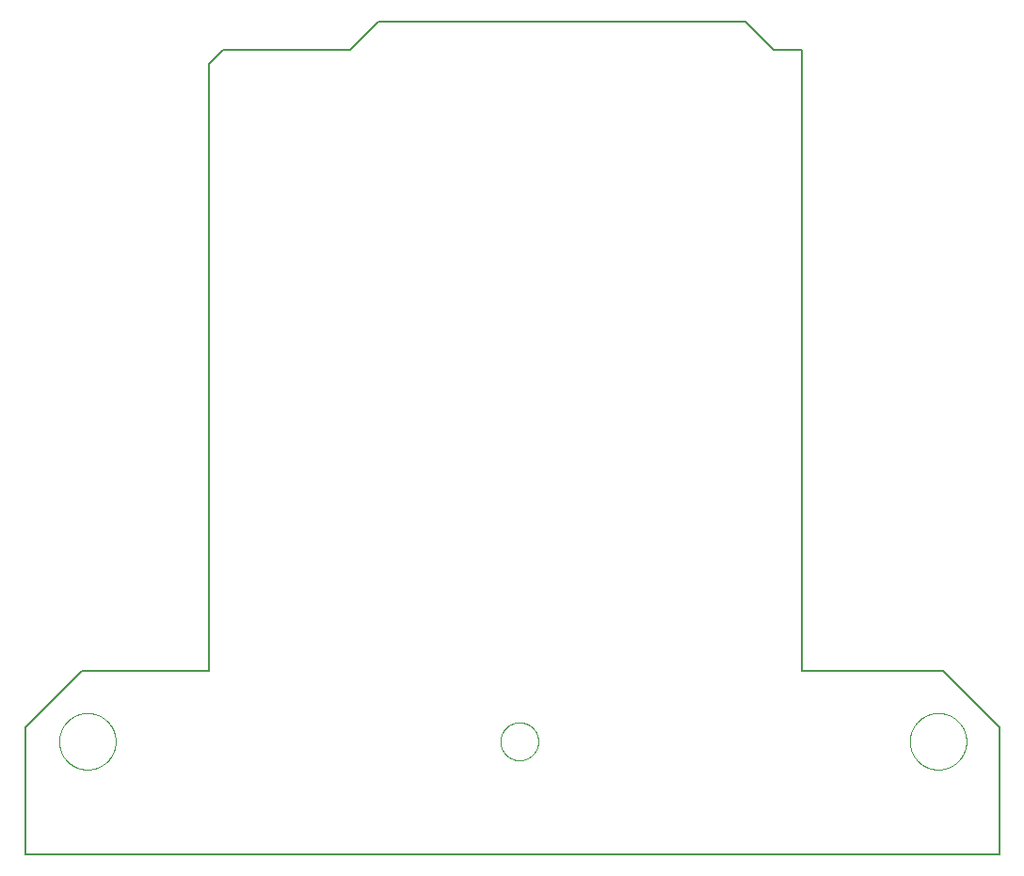
<source format=gbo>
G75*
%MOIN*%
%OFA0B0*%
%FSLAX25Y25*%
%IPPOS*%
%LPD*%
%AMOC8*
5,1,8,0,0,1.08239X$1,22.5*
%
%ADD10C,0.00600*%
%ADD11C,0.00000*%
D10*
X0017050Y0003750D02*
X0017050Y0048750D01*
X0037050Y0068750D01*
X0082050Y0068750D01*
X0082050Y0283750D01*
X0087050Y0288750D01*
X0132050Y0288750D01*
X0142050Y0298750D01*
X0272050Y0298750D01*
X0282050Y0288750D01*
X0292050Y0288750D01*
X0292050Y0068750D01*
X0342050Y0068750D01*
X0362050Y0048750D01*
X0362050Y0003750D01*
X0017050Y0003750D01*
D11*
X0029050Y0043750D02*
X0029053Y0043995D01*
X0029062Y0044241D01*
X0029077Y0044486D01*
X0029098Y0044730D01*
X0029125Y0044974D01*
X0029158Y0045217D01*
X0029197Y0045460D01*
X0029242Y0045701D01*
X0029293Y0045941D01*
X0029350Y0046180D01*
X0029412Y0046417D01*
X0029481Y0046653D01*
X0029555Y0046887D01*
X0029635Y0047119D01*
X0029720Y0047349D01*
X0029811Y0047577D01*
X0029908Y0047802D01*
X0030010Y0048026D01*
X0030118Y0048246D01*
X0030231Y0048464D01*
X0030349Y0048679D01*
X0030473Y0048891D01*
X0030601Y0049100D01*
X0030735Y0049306D01*
X0030874Y0049508D01*
X0031018Y0049707D01*
X0031167Y0049902D01*
X0031320Y0050094D01*
X0031478Y0050282D01*
X0031640Y0050466D01*
X0031808Y0050645D01*
X0031979Y0050821D01*
X0032155Y0050992D01*
X0032334Y0051160D01*
X0032518Y0051322D01*
X0032706Y0051480D01*
X0032898Y0051633D01*
X0033093Y0051782D01*
X0033292Y0051926D01*
X0033494Y0052065D01*
X0033700Y0052199D01*
X0033909Y0052327D01*
X0034121Y0052451D01*
X0034336Y0052569D01*
X0034554Y0052682D01*
X0034774Y0052790D01*
X0034998Y0052892D01*
X0035223Y0052989D01*
X0035451Y0053080D01*
X0035681Y0053165D01*
X0035913Y0053245D01*
X0036147Y0053319D01*
X0036383Y0053388D01*
X0036620Y0053450D01*
X0036859Y0053507D01*
X0037099Y0053558D01*
X0037340Y0053603D01*
X0037583Y0053642D01*
X0037826Y0053675D01*
X0038070Y0053702D01*
X0038314Y0053723D01*
X0038559Y0053738D01*
X0038805Y0053747D01*
X0039050Y0053750D01*
X0039295Y0053747D01*
X0039541Y0053738D01*
X0039786Y0053723D01*
X0040030Y0053702D01*
X0040274Y0053675D01*
X0040517Y0053642D01*
X0040760Y0053603D01*
X0041001Y0053558D01*
X0041241Y0053507D01*
X0041480Y0053450D01*
X0041717Y0053388D01*
X0041953Y0053319D01*
X0042187Y0053245D01*
X0042419Y0053165D01*
X0042649Y0053080D01*
X0042877Y0052989D01*
X0043102Y0052892D01*
X0043326Y0052790D01*
X0043546Y0052682D01*
X0043764Y0052569D01*
X0043979Y0052451D01*
X0044191Y0052327D01*
X0044400Y0052199D01*
X0044606Y0052065D01*
X0044808Y0051926D01*
X0045007Y0051782D01*
X0045202Y0051633D01*
X0045394Y0051480D01*
X0045582Y0051322D01*
X0045766Y0051160D01*
X0045945Y0050992D01*
X0046121Y0050821D01*
X0046292Y0050645D01*
X0046460Y0050466D01*
X0046622Y0050282D01*
X0046780Y0050094D01*
X0046933Y0049902D01*
X0047082Y0049707D01*
X0047226Y0049508D01*
X0047365Y0049306D01*
X0047499Y0049100D01*
X0047627Y0048891D01*
X0047751Y0048679D01*
X0047869Y0048464D01*
X0047982Y0048246D01*
X0048090Y0048026D01*
X0048192Y0047802D01*
X0048289Y0047577D01*
X0048380Y0047349D01*
X0048465Y0047119D01*
X0048545Y0046887D01*
X0048619Y0046653D01*
X0048688Y0046417D01*
X0048750Y0046180D01*
X0048807Y0045941D01*
X0048858Y0045701D01*
X0048903Y0045460D01*
X0048942Y0045217D01*
X0048975Y0044974D01*
X0049002Y0044730D01*
X0049023Y0044486D01*
X0049038Y0044241D01*
X0049047Y0043995D01*
X0049050Y0043750D01*
X0049047Y0043505D01*
X0049038Y0043259D01*
X0049023Y0043014D01*
X0049002Y0042770D01*
X0048975Y0042526D01*
X0048942Y0042283D01*
X0048903Y0042040D01*
X0048858Y0041799D01*
X0048807Y0041559D01*
X0048750Y0041320D01*
X0048688Y0041083D01*
X0048619Y0040847D01*
X0048545Y0040613D01*
X0048465Y0040381D01*
X0048380Y0040151D01*
X0048289Y0039923D01*
X0048192Y0039698D01*
X0048090Y0039474D01*
X0047982Y0039254D01*
X0047869Y0039036D01*
X0047751Y0038821D01*
X0047627Y0038609D01*
X0047499Y0038400D01*
X0047365Y0038194D01*
X0047226Y0037992D01*
X0047082Y0037793D01*
X0046933Y0037598D01*
X0046780Y0037406D01*
X0046622Y0037218D01*
X0046460Y0037034D01*
X0046292Y0036855D01*
X0046121Y0036679D01*
X0045945Y0036508D01*
X0045766Y0036340D01*
X0045582Y0036178D01*
X0045394Y0036020D01*
X0045202Y0035867D01*
X0045007Y0035718D01*
X0044808Y0035574D01*
X0044606Y0035435D01*
X0044400Y0035301D01*
X0044191Y0035173D01*
X0043979Y0035049D01*
X0043764Y0034931D01*
X0043546Y0034818D01*
X0043326Y0034710D01*
X0043102Y0034608D01*
X0042877Y0034511D01*
X0042649Y0034420D01*
X0042419Y0034335D01*
X0042187Y0034255D01*
X0041953Y0034181D01*
X0041717Y0034112D01*
X0041480Y0034050D01*
X0041241Y0033993D01*
X0041001Y0033942D01*
X0040760Y0033897D01*
X0040517Y0033858D01*
X0040274Y0033825D01*
X0040030Y0033798D01*
X0039786Y0033777D01*
X0039541Y0033762D01*
X0039295Y0033753D01*
X0039050Y0033750D01*
X0038805Y0033753D01*
X0038559Y0033762D01*
X0038314Y0033777D01*
X0038070Y0033798D01*
X0037826Y0033825D01*
X0037583Y0033858D01*
X0037340Y0033897D01*
X0037099Y0033942D01*
X0036859Y0033993D01*
X0036620Y0034050D01*
X0036383Y0034112D01*
X0036147Y0034181D01*
X0035913Y0034255D01*
X0035681Y0034335D01*
X0035451Y0034420D01*
X0035223Y0034511D01*
X0034998Y0034608D01*
X0034774Y0034710D01*
X0034554Y0034818D01*
X0034336Y0034931D01*
X0034121Y0035049D01*
X0033909Y0035173D01*
X0033700Y0035301D01*
X0033494Y0035435D01*
X0033292Y0035574D01*
X0033093Y0035718D01*
X0032898Y0035867D01*
X0032706Y0036020D01*
X0032518Y0036178D01*
X0032334Y0036340D01*
X0032155Y0036508D01*
X0031979Y0036679D01*
X0031808Y0036855D01*
X0031640Y0037034D01*
X0031478Y0037218D01*
X0031320Y0037406D01*
X0031167Y0037598D01*
X0031018Y0037793D01*
X0030874Y0037992D01*
X0030735Y0038194D01*
X0030601Y0038400D01*
X0030473Y0038609D01*
X0030349Y0038821D01*
X0030231Y0039036D01*
X0030118Y0039254D01*
X0030010Y0039474D01*
X0029908Y0039698D01*
X0029811Y0039923D01*
X0029720Y0040151D01*
X0029635Y0040381D01*
X0029555Y0040613D01*
X0029481Y0040847D01*
X0029412Y0041083D01*
X0029350Y0041320D01*
X0029293Y0041559D01*
X0029242Y0041799D01*
X0029197Y0042040D01*
X0029158Y0042283D01*
X0029125Y0042526D01*
X0029098Y0042770D01*
X0029077Y0043014D01*
X0029062Y0043259D01*
X0029053Y0043505D01*
X0029050Y0043750D01*
X0185350Y0043750D02*
X0185352Y0043914D01*
X0185358Y0044079D01*
X0185368Y0044243D01*
X0185382Y0044407D01*
X0185400Y0044570D01*
X0185423Y0044733D01*
X0185449Y0044895D01*
X0185479Y0045057D01*
X0185513Y0045218D01*
X0185551Y0045378D01*
X0185593Y0045537D01*
X0185638Y0045695D01*
X0185688Y0045852D01*
X0185742Y0046007D01*
X0185799Y0046161D01*
X0185860Y0046314D01*
X0185925Y0046465D01*
X0185993Y0046615D01*
X0186065Y0046762D01*
X0186141Y0046908D01*
X0186220Y0047052D01*
X0186303Y0047194D01*
X0186389Y0047334D01*
X0186479Y0047472D01*
X0186572Y0047608D01*
X0186669Y0047741D01*
X0186768Y0047872D01*
X0186871Y0048000D01*
X0186977Y0048126D01*
X0187086Y0048249D01*
X0187198Y0048370D01*
X0187312Y0048488D01*
X0187430Y0048602D01*
X0187551Y0048714D01*
X0187674Y0048823D01*
X0187800Y0048929D01*
X0187928Y0049032D01*
X0188059Y0049131D01*
X0188192Y0049228D01*
X0188328Y0049321D01*
X0188466Y0049411D01*
X0188606Y0049497D01*
X0188748Y0049580D01*
X0188892Y0049659D01*
X0189038Y0049735D01*
X0189185Y0049807D01*
X0189335Y0049875D01*
X0189486Y0049940D01*
X0189639Y0050001D01*
X0189793Y0050058D01*
X0189948Y0050112D01*
X0190105Y0050162D01*
X0190263Y0050207D01*
X0190422Y0050249D01*
X0190582Y0050287D01*
X0190743Y0050321D01*
X0190905Y0050351D01*
X0191067Y0050377D01*
X0191230Y0050400D01*
X0191393Y0050418D01*
X0191557Y0050432D01*
X0191721Y0050442D01*
X0191886Y0050448D01*
X0192050Y0050450D01*
X0192214Y0050448D01*
X0192379Y0050442D01*
X0192543Y0050432D01*
X0192707Y0050418D01*
X0192870Y0050400D01*
X0193033Y0050377D01*
X0193195Y0050351D01*
X0193357Y0050321D01*
X0193518Y0050287D01*
X0193678Y0050249D01*
X0193837Y0050207D01*
X0193995Y0050162D01*
X0194152Y0050112D01*
X0194307Y0050058D01*
X0194461Y0050001D01*
X0194614Y0049940D01*
X0194765Y0049875D01*
X0194915Y0049807D01*
X0195062Y0049735D01*
X0195208Y0049659D01*
X0195352Y0049580D01*
X0195494Y0049497D01*
X0195634Y0049411D01*
X0195772Y0049321D01*
X0195908Y0049228D01*
X0196041Y0049131D01*
X0196172Y0049032D01*
X0196300Y0048929D01*
X0196426Y0048823D01*
X0196549Y0048714D01*
X0196670Y0048602D01*
X0196788Y0048488D01*
X0196902Y0048370D01*
X0197014Y0048249D01*
X0197123Y0048126D01*
X0197229Y0048000D01*
X0197332Y0047872D01*
X0197431Y0047741D01*
X0197528Y0047608D01*
X0197621Y0047472D01*
X0197711Y0047334D01*
X0197797Y0047194D01*
X0197880Y0047052D01*
X0197959Y0046908D01*
X0198035Y0046762D01*
X0198107Y0046615D01*
X0198175Y0046465D01*
X0198240Y0046314D01*
X0198301Y0046161D01*
X0198358Y0046007D01*
X0198412Y0045852D01*
X0198462Y0045695D01*
X0198507Y0045537D01*
X0198549Y0045378D01*
X0198587Y0045218D01*
X0198621Y0045057D01*
X0198651Y0044895D01*
X0198677Y0044733D01*
X0198700Y0044570D01*
X0198718Y0044407D01*
X0198732Y0044243D01*
X0198742Y0044079D01*
X0198748Y0043914D01*
X0198750Y0043750D01*
X0198748Y0043586D01*
X0198742Y0043421D01*
X0198732Y0043257D01*
X0198718Y0043093D01*
X0198700Y0042930D01*
X0198677Y0042767D01*
X0198651Y0042605D01*
X0198621Y0042443D01*
X0198587Y0042282D01*
X0198549Y0042122D01*
X0198507Y0041963D01*
X0198462Y0041805D01*
X0198412Y0041648D01*
X0198358Y0041493D01*
X0198301Y0041339D01*
X0198240Y0041186D01*
X0198175Y0041035D01*
X0198107Y0040885D01*
X0198035Y0040738D01*
X0197959Y0040592D01*
X0197880Y0040448D01*
X0197797Y0040306D01*
X0197711Y0040166D01*
X0197621Y0040028D01*
X0197528Y0039892D01*
X0197431Y0039759D01*
X0197332Y0039628D01*
X0197229Y0039500D01*
X0197123Y0039374D01*
X0197014Y0039251D01*
X0196902Y0039130D01*
X0196788Y0039012D01*
X0196670Y0038898D01*
X0196549Y0038786D01*
X0196426Y0038677D01*
X0196300Y0038571D01*
X0196172Y0038468D01*
X0196041Y0038369D01*
X0195908Y0038272D01*
X0195772Y0038179D01*
X0195634Y0038089D01*
X0195494Y0038003D01*
X0195352Y0037920D01*
X0195208Y0037841D01*
X0195062Y0037765D01*
X0194915Y0037693D01*
X0194765Y0037625D01*
X0194614Y0037560D01*
X0194461Y0037499D01*
X0194307Y0037442D01*
X0194152Y0037388D01*
X0193995Y0037338D01*
X0193837Y0037293D01*
X0193678Y0037251D01*
X0193518Y0037213D01*
X0193357Y0037179D01*
X0193195Y0037149D01*
X0193033Y0037123D01*
X0192870Y0037100D01*
X0192707Y0037082D01*
X0192543Y0037068D01*
X0192379Y0037058D01*
X0192214Y0037052D01*
X0192050Y0037050D01*
X0191886Y0037052D01*
X0191721Y0037058D01*
X0191557Y0037068D01*
X0191393Y0037082D01*
X0191230Y0037100D01*
X0191067Y0037123D01*
X0190905Y0037149D01*
X0190743Y0037179D01*
X0190582Y0037213D01*
X0190422Y0037251D01*
X0190263Y0037293D01*
X0190105Y0037338D01*
X0189948Y0037388D01*
X0189793Y0037442D01*
X0189639Y0037499D01*
X0189486Y0037560D01*
X0189335Y0037625D01*
X0189185Y0037693D01*
X0189038Y0037765D01*
X0188892Y0037841D01*
X0188748Y0037920D01*
X0188606Y0038003D01*
X0188466Y0038089D01*
X0188328Y0038179D01*
X0188192Y0038272D01*
X0188059Y0038369D01*
X0187928Y0038468D01*
X0187800Y0038571D01*
X0187674Y0038677D01*
X0187551Y0038786D01*
X0187430Y0038898D01*
X0187312Y0039012D01*
X0187198Y0039130D01*
X0187086Y0039251D01*
X0186977Y0039374D01*
X0186871Y0039500D01*
X0186768Y0039628D01*
X0186669Y0039759D01*
X0186572Y0039892D01*
X0186479Y0040028D01*
X0186389Y0040166D01*
X0186303Y0040306D01*
X0186220Y0040448D01*
X0186141Y0040592D01*
X0186065Y0040738D01*
X0185993Y0040885D01*
X0185925Y0041035D01*
X0185860Y0041186D01*
X0185799Y0041339D01*
X0185742Y0041493D01*
X0185688Y0041648D01*
X0185638Y0041805D01*
X0185593Y0041963D01*
X0185551Y0042122D01*
X0185513Y0042282D01*
X0185479Y0042443D01*
X0185449Y0042605D01*
X0185423Y0042767D01*
X0185400Y0042930D01*
X0185382Y0043093D01*
X0185368Y0043257D01*
X0185358Y0043421D01*
X0185352Y0043586D01*
X0185350Y0043750D01*
X0330350Y0043750D02*
X0330353Y0043995D01*
X0330362Y0044241D01*
X0330377Y0044486D01*
X0330398Y0044730D01*
X0330425Y0044974D01*
X0330458Y0045217D01*
X0330497Y0045460D01*
X0330542Y0045701D01*
X0330593Y0045941D01*
X0330650Y0046180D01*
X0330712Y0046417D01*
X0330781Y0046653D01*
X0330855Y0046887D01*
X0330935Y0047119D01*
X0331020Y0047349D01*
X0331111Y0047577D01*
X0331208Y0047802D01*
X0331310Y0048026D01*
X0331418Y0048246D01*
X0331531Y0048464D01*
X0331649Y0048679D01*
X0331773Y0048891D01*
X0331901Y0049100D01*
X0332035Y0049306D01*
X0332174Y0049508D01*
X0332318Y0049707D01*
X0332467Y0049902D01*
X0332620Y0050094D01*
X0332778Y0050282D01*
X0332940Y0050466D01*
X0333108Y0050645D01*
X0333279Y0050821D01*
X0333455Y0050992D01*
X0333634Y0051160D01*
X0333818Y0051322D01*
X0334006Y0051480D01*
X0334198Y0051633D01*
X0334393Y0051782D01*
X0334592Y0051926D01*
X0334794Y0052065D01*
X0335000Y0052199D01*
X0335209Y0052327D01*
X0335421Y0052451D01*
X0335636Y0052569D01*
X0335854Y0052682D01*
X0336074Y0052790D01*
X0336298Y0052892D01*
X0336523Y0052989D01*
X0336751Y0053080D01*
X0336981Y0053165D01*
X0337213Y0053245D01*
X0337447Y0053319D01*
X0337683Y0053388D01*
X0337920Y0053450D01*
X0338159Y0053507D01*
X0338399Y0053558D01*
X0338640Y0053603D01*
X0338883Y0053642D01*
X0339126Y0053675D01*
X0339370Y0053702D01*
X0339614Y0053723D01*
X0339859Y0053738D01*
X0340105Y0053747D01*
X0340350Y0053750D01*
X0340595Y0053747D01*
X0340841Y0053738D01*
X0341086Y0053723D01*
X0341330Y0053702D01*
X0341574Y0053675D01*
X0341817Y0053642D01*
X0342060Y0053603D01*
X0342301Y0053558D01*
X0342541Y0053507D01*
X0342780Y0053450D01*
X0343017Y0053388D01*
X0343253Y0053319D01*
X0343487Y0053245D01*
X0343719Y0053165D01*
X0343949Y0053080D01*
X0344177Y0052989D01*
X0344402Y0052892D01*
X0344626Y0052790D01*
X0344846Y0052682D01*
X0345064Y0052569D01*
X0345279Y0052451D01*
X0345491Y0052327D01*
X0345700Y0052199D01*
X0345906Y0052065D01*
X0346108Y0051926D01*
X0346307Y0051782D01*
X0346502Y0051633D01*
X0346694Y0051480D01*
X0346882Y0051322D01*
X0347066Y0051160D01*
X0347245Y0050992D01*
X0347421Y0050821D01*
X0347592Y0050645D01*
X0347760Y0050466D01*
X0347922Y0050282D01*
X0348080Y0050094D01*
X0348233Y0049902D01*
X0348382Y0049707D01*
X0348526Y0049508D01*
X0348665Y0049306D01*
X0348799Y0049100D01*
X0348927Y0048891D01*
X0349051Y0048679D01*
X0349169Y0048464D01*
X0349282Y0048246D01*
X0349390Y0048026D01*
X0349492Y0047802D01*
X0349589Y0047577D01*
X0349680Y0047349D01*
X0349765Y0047119D01*
X0349845Y0046887D01*
X0349919Y0046653D01*
X0349988Y0046417D01*
X0350050Y0046180D01*
X0350107Y0045941D01*
X0350158Y0045701D01*
X0350203Y0045460D01*
X0350242Y0045217D01*
X0350275Y0044974D01*
X0350302Y0044730D01*
X0350323Y0044486D01*
X0350338Y0044241D01*
X0350347Y0043995D01*
X0350350Y0043750D01*
X0350347Y0043505D01*
X0350338Y0043259D01*
X0350323Y0043014D01*
X0350302Y0042770D01*
X0350275Y0042526D01*
X0350242Y0042283D01*
X0350203Y0042040D01*
X0350158Y0041799D01*
X0350107Y0041559D01*
X0350050Y0041320D01*
X0349988Y0041083D01*
X0349919Y0040847D01*
X0349845Y0040613D01*
X0349765Y0040381D01*
X0349680Y0040151D01*
X0349589Y0039923D01*
X0349492Y0039698D01*
X0349390Y0039474D01*
X0349282Y0039254D01*
X0349169Y0039036D01*
X0349051Y0038821D01*
X0348927Y0038609D01*
X0348799Y0038400D01*
X0348665Y0038194D01*
X0348526Y0037992D01*
X0348382Y0037793D01*
X0348233Y0037598D01*
X0348080Y0037406D01*
X0347922Y0037218D01*
X0347760Y0037034D01*
X0347592Y0036855D01*
X0347421Y0036679D01*
X0347245Y0036508D01*
X0347066Y0036340D01*
X0346882Y0036178D01*
X0346694Y0036020D01*
X0346502Y0035867D01*
X0346307Y0035718D01*
X0346108Y0035574D01*
X0345906Y0035435D01*
X0345700Y0035301D01*
X0345491Y0035173D01*
X0345279Y0035049D01*
X0345064Y0034931D01*
X0344846Y0034818D01*
X0344626Y0034710D01*
X0344402Y0034608D01*
X0344177Y0034511D01*
X0343949Y0034420D01*
X0343719Y0034335D01*
X0343487Y0034255D01*
X0343253Y0034181D01*
X0343017Y0034112D01*
X0342780Y0034050D01*
X0342541Y0033993D01*
X0342301Y0033942D01*
X0342060Y0033897D01*
X0341817Y0033858D01*
X0341574Y0033825D01*
X0341330Y0033798D01*
X0341086Y0033777D01*
X0340841Y0033762D01*
X0340595Y0033753D01*
X0340350Y0033750D01*
X0340105Y0033753D01*
X0339859Y0033762D01*
X0339614Y0033777D01*
X0339370Y0033798D01*
X0339126Y0033825D01*
X0338883Y0033858D01*
X0338640Y0033897D01*
X0338399Y0033942D01*
X0338159Y0033993D01*
X0337920Y0034050D01*
X0337683Y0034112D01*
X0337447Y0034181D01*
X0337213Y0034255D01*
X0336981Y0034335D01*
X0336751Y0034420D01*
X0336523Y0034511D01*
X0336298Y0034608D01*
X0336074Y0034710D01*
X0335854Y0034818D01*
X0335636Y0034931D01*
X0335421Y0035049D01*
X0335209Y0035173D01*
X0335000Y0035301D01*
X0334794Y0035435D01*
X0334592Y0035574D01*
X0334393Y0035718D01*
X0334198Y0035867D01*
X0334006Y0036020D01*
X0333818Y0036178D01*
X0333634Y0036340D01*
X0333455Y0036508D01*
X0333279Y0036679D01*
X0333108Y0036855D01*
X0332940Y0037034D01*
X0332778Y0037218D01*
X0332620Y0037406D01*
X0332467Y0037598D01*
X0332318Y0037793D01*
X0332174Y0037992D01*
X0332035Y0038194D01*
X0331901Y0038400D01*
X0331773Y0038609D01*
X0331649Y0038821D01*
X0331531Y0039036D01*
X0331418Y0039254D01*
X0331310Y0039474D01*
X0331208Y0039698D01*
X0331111Y0039923D01*
X0331020Y0040151D01*
X0330935Y0040381D01*
X0330855Y0040613D01*
X0330781Y0040847D01*
X0330712Y0041083D01*
X0330650Y0041320D01*
X0330593Y0041559D01*
X0330542Y0041799D01*
X0330497Y0042040D01*
X0330458Y0042283D01*
X0330425Y0042526D01*
X0330398Y0042770D01*
X0330377Y0043014D01*
X0330362Y0043259D01*
X0330353Y0043505D01*
X0330350Y0043750D01*
M02*

</source>
